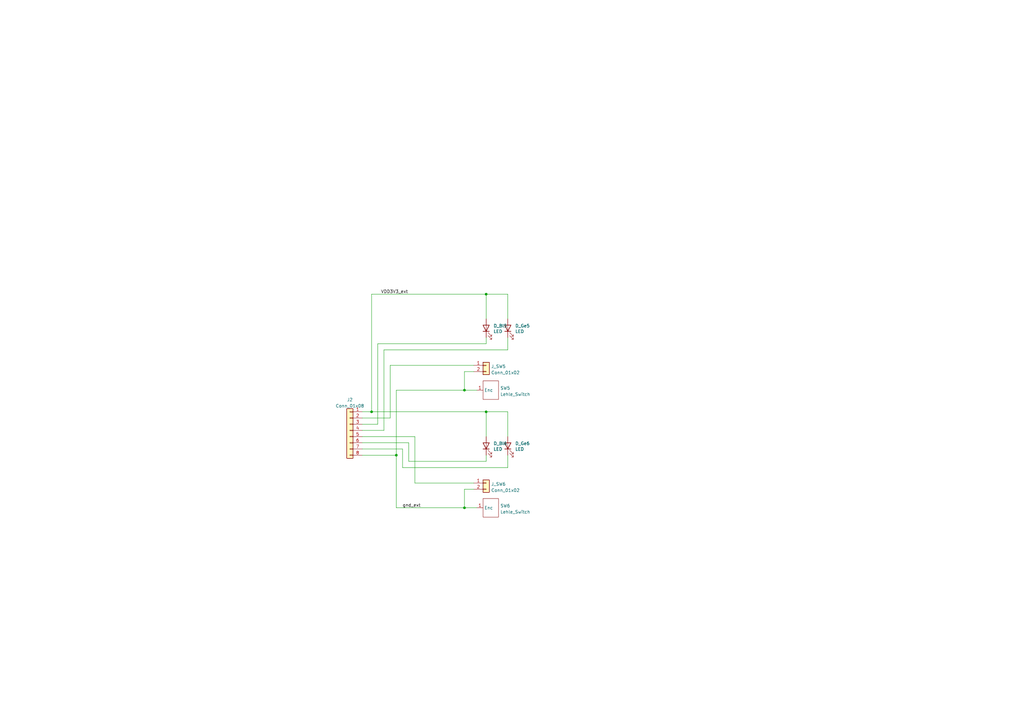
<source format=kicad_sch>
(kicad_sch (version 20211123) (generator eeschema)
  (paper "A3")
  (lib_symbols
    (symbol "Connector_Generic:Conn_01x02" (pin_names (offset 1.016) hide)
      (property "Reference" "J" (at 0 2.54 0))
      (property "Value" "Conn_01x02" (at 0 -5.08 0))
      (symbol "Conn_01x02_1_1"
        (rectangle (start -1.27 -2.413) (end 0 -2.667) (stroke (width 0.1524)))
        (rectangle (start -1.27 0.127) (end 0 -0.127) (stroke (width 0.1524)))
        (rectangle (start -1.27 1.27) (end 1.27 -3.81) (stroke (width 0.254)) (fill (type background)))
        (pin passive line (at -5.08 0 0) (length 3.81) (name "Pin_1") (number "1"))
        (pin passive line (at -5.08 -2.54 0) (length 3.81) (name "Pin_2") (number "2"))
      )
    )
    (symbol "Connector_Generic:Conn_01x08" (pin_names (offset 1.016) hide)
      (property "Reference" "J" (at 0 10.16 0))
      (property "Value" "Conn_01x08" (at 0 -12.7 0))
      (symbol "Conn_01x08_1_1"
        (rectangle (start -1.27 -10.033) (end 0 -10.287) (stroke (width 0.1524)))
        (rectangle (start -1.27 -7.493) (end 0 -7.747) (stroke (width 0.1524)))
        (rectangle (start -1.27 -4.953) (end 0 -5.207) (stroke (width 0.1524)))
        (rectangle (start -1.27 -2.413) (end 0 -2.667) (stroke (width 0.1524)))
        (rectangle (start -1.27 0.127) (end 0 -0.127) (stroke (width 0.1524)))
        (rectangle (start -1.27 2.667) (end 0 2.413) (stroke (width 0.1524)))
        (rectangle (start -1.27 5.207) (end 0 4.953) (stroke (width 0.1524)))
        (rectangle (start -1.27 7.747) (end 0 7.493) (stroke (width 0.1524)))
        (rectangle (start -1.27 8.89) (end 1.27 -11.43) (stroke (width 0.254)) (fill (type background)))
        (pin passive line (at -5.08 7.62 0) (length 3.81) (name "Pin_1") (number "1"))
        (pin passive line (at -5.08 5.08 0) (length 3.81) (name "Pin_2") (number "2"))
        (pin passive line (at -5.08 2.54 0) (length 3.81) (name "Pin_3") (number "3"))
        (pin passive line (at -5.08 0 0) (length 3.81) (name "Pin_4") (number "4"))
        (pin passive line (at -5.08 -2.54 0) (length 3.81) (name "Pin_5") (number "5"))
        (pin passive line (at -5.08 -5.08 0) (length 3.81) (name "Pin_6") (number "6"))
        (pin passive line (at -5.08 -7.62 0) (length 3.81) (name "Pin_7") (number "7"))
        (pin passive line (at -5.08 -10.16 0) (length 3.81) (name "Pin_8") (number "8"))
      )
    )
    (symbol "Device:LED" (pin_numbers hide) (pin_names (offset 1.016) hide)
      (property "Reference" "D" (at 0 2.54 0))
      (property "Value" "LED" (at 0 -2.54 0))
      (symbol "LED_0_1"
        (polyline (pts (xy -1.27 -1.27) (xy -1.27 1.27)) (stroke (width 0.254)))
        (polyline (pts (xy -1.27 0) (xy 1.27 0)))
        (polyline (pts (xy 1.27 -1.27) (xy 1.27 1.27) (xy -1.27 0) (xy 1.27 -1.27)) (stroke (width 0.254)))
        (polyline (pts (xy -3.048 -0.762) (xy -4.572 -2.286) (xy -3.81 -2.286) (xy -4.572 -2.286) (xy -4.572 -1.524)))
        (polyline (pts (xy -1.778 -0.762) (xy -3.302 -2.286) (xy -2.54 -2.286) (xy -3.302 -2.286) (xy -3.302 -1.524)))
      )
      (symbol "LED_1_1"
        (pin passive line (at -3.81 0 0) (length 2.54) (name "K") (number "1"))
        (pin passive line (at 3.81 0 180) (length 2.54) (name "A") (number "2"))
      )
    )
    (symbol "KiCad_Libs:Lehle_Switch"
      (property "Reference" "SW" (at 11.43 0 0))
      (property "Value" "Lehle_Switch" (at 15.24 2.54 0))
      (symbol "Lehle_Switch_0_1"
        (rectangle (start 2.54 3.81) (end 8.89 -3.81) (stroke (width 0.1524)))
      )
      (symbol "Lehle_Switch_1_1"
        (pin input line (at 0 0 0) (length 2.54) (name "Enc") (number "1"))
      )
    )
  )
  (junction (at 199.39 168.91))
  (junction (at 152.4 168.91))
  (junction (at 190.5 208.28))
  (junction (at 190.5 160.02))
  (junction (at 162.56 186.69))
  (junction (at 199.39 120.65))
  (wire (pts (xy 165.1 184.15) (xy 148.59 184.15)))
  (wire (pts (xy 208.28 191.77) (xy 165.1 191.77)))
  (wire (pts (xy 208.28 168.91) (xy 208.28 179.07)))
  (wire (pts (xy 199.39 168.91) (xy 199.39 179.07)))
  (wire (pts (xy 199.39 186.69) (xy 199.39 189.23)))
  (wire (pts (xy 165.1 191.77) (xy 165.1 184.15)))
  (wire (pts (xy 162.56 160.02) (xy 162.56 186.69)))
  (wire (pts (xy 148.59 168.91) (xy 152.4 168.91)))
  (wire (pts (xy 190.5 152.4) (xy 190.5 160.02)))
  (wire (pts (xy 170.18 179.07) (xy 148.59 179.07)))
  (wire (pts (xy 208.28 120.65) (xy 208.28 130.81)))
  (wire (pts (xy 194.31 200.66) (xy 190.5 200.66)))
  (wire (pts (xy 162.56 160.02) (xy 190.5 160.02)))
  (wire (pts (xy 152.4 120.65) (xy 199.39 120.65)))
  (wire (pts (xy 162.56 208.28) (xy 190.5 208.28)))
  (wire (pts (xy 194.31 149.86) (xy 160.02 149.86)))
  (wire (pts (xy 199.39 138.43) (xy 199.39 140.97)))
  (wire (pts (xy 167.64 181.61) (xy 148.59 181.61)))
  (wire (pts (xy 190.5 200.66) (xy 190.5 208.28)))
  (wire (pts (xy 162.56 186.69) (xy 162.56 208.28)))
  (wire (pts (xy 199.39 120.65) (xy 199.39 130.81)))
  (wire (pts (xy 199.39 120.65) (xy 208.28 120.65)))
  (wire (pts (xy 148.59 173.99) (xy 154.94 173.99)))
  (wire (pts (xy 152.4 120.65) (xy 152.4 168.91)))
  (wire (pts (xy 160.02 149.86) (xy 160.02 171.45)))
  (wire (pts (xy 148.59 176.53) (xy 157.48 176.53)))
  (wire (pts (xy 190.5 160.02) (xy 195.58 160.02)))
  (wire (pts (xy 167.64 181.61) (xy 167.64 189.23)))
  (wire (pts (xy 190.5 208.28) (xy 195.58 208.28)))
  (wire (pts (xy 208.28 186.69) (xy 208.28 191.77)))
  (wire (pts (xy 199.39 168.91) (xy 208.28 168.91)))
  (wire (pts (xy 148.59 186.69) (xy 162.56 186.69)))
  (wire (pts (xy 152.4 168.91) (xy 199.39 168.91)))
  (wire (pts (xy 170.18 198.12) (xy 170.18 179.07)))
  (wire (pts (xy 154.94 140.97) (xy 199.39 140.97)))
  (wire (pts (xy 194.31 198.12) (xy 170.18 198.12)))
  (wire (pts (xy 194.31 152.4) (xy 190.5 152.4)))
  (wire (pts (xy 208.28 138.43) (xy 208.28 143.51)))
  (wire (pts (xy 160.02 171.45) (xy 148.59 171.45)))
  (wire (pts (xy 157.48 143.51) (xy 208.28 143.51)))
  (wire (pts (xy 154.94 173.99) (xy 154.94 140.97)))
  (wire (pts (xy 157.48 176.53) (xy 157.48 143.51)))
  (wire (pts (xy 199.39 189.23) (xy 167.64 189.23)))
  (label "gnd_ext" (at 165.1 208.28 0))
  (label "VDD3V3_ext" (at 156.21 120.65 0))
  (symbol (lib_id "Connector_Generic:Conn_01x02") (at 199.39 198.12 0) (unit 1)
    (property "Reference" "J_SW6" (at 201.422 198.5553 0) (effects (justify left)))
    (property "Value" "Conn_01x02" (at 201.422 201.0922 0) (effects (justify left)))
    (property "Footprint" "Connector_JST:JST_PH_B2B-PH-K_1x02_P2.00mm_Vertical" (effects hide))
  )
  (symbol (lib_id "Device:LED") (at 208.28 182.88 90) (unit 1)
    (property "Reference" "D_Ge6" (at 211.2772 181.8894 90) (effects (justify right)))
    (property "Value" "LED" (at 211.2772 184.2008 90) (effects (justify right)))
    (property "Footprint" "LED_THT:LED_D3.0mm" (effects hide))
  )
  (symbol (lib_id "Connector_Generic:Conn_01x08") (at 143.51 176.53 0) (mirror y) (unit 1)
    (property "Reference" "J2" (at 143.51 163.9402 0))
    (property "Value" "Conn_01x08" (at 143.51 166.4771 0))
    (property "Footprint" "Connector_JST:JST_PH_B8B-PH-K_1x08_P2.00mm_Vertical" (effects hide))
  )
  (symbol (lib_id "KiCad_Libs:Lehle_Switch") (at 195.58 208.28 0) (unit 1)
    (property "Reference" "SW6" (at 205.1812 207.4453 0) (effects (justify left)))
    (property "Value" "Lehle_Switch" (at 205.1812 209.9822 0) (effects (justify left)))
    (property "Footprint" "KiCad_Libs:LehleSwitch" (effects hide))
  )
  (symbol (lib_id "KiCad_Libs:Lehle_Switch") (at 195.58 160.02 0) (unit 1)
    (property "Reference" "SW5" (at 205.1812 159.1853 0) (effects (justify left)))
    (property "Value" "Lehle_Switch" (at 205.1812 161.7222 0) (effects (justify left)))
    (property "Footprint" "KiCad_Libs:LehleSwitch" (effects hide))
  )
  (symbol (lib_id "Device:LED") (at 199.39 182.88 90) (unit 1)
    (property "Reference" "D_Bl6" (at 202.3872 181.8894 90) (effects (justify right)))
    (property "Value" "LED" (at 202.3872 184.2008 90) (effects (justify right)))
    (property "Footprint" "LED_THT:LED_D3.0mm" (effects hide))
  )
  (symbol (lib_id "Connector_Generic:Conn_01x02") (at 199.39 149.86 0) (unit 1)
    (property "Reference" "J_SW5" (at 201.422 150.2953 0) (effects (justify left)))
    (property "Value" "Conn_01x02" (at 201.422 152.8322 0) (effects (justify left)))
    (property "Footprint" "Connector_JST:JST_PH_B2B-PH-K_1x02_P2.00mm_Vertical" (effects hide))
  )
  (symbol (lib_id "Device:LED") (at 199.39 134.62 90) (unit 1)
    (property "Reference" "D_Bl5" (at 202.3872 133.6294 90) (effects (justify right)))
    (property "Value" "LED" (at 202.3872 135.9408 90) (effects (justify right)))
    (property "Footprint" "LED_THT:LED_D3.0mm" (effects hide))
  )
  (symbol (lib_id "Device:LED") (at 208.28 134.62 90) (unit 1)
    (property "Reference" "D_Ge5" (at 211.2772 133.6294 90) (effects (justify right)))
    (property "Value" "LED" (at 211.2772 135.9408 90) (effects (justify right)))
    (property "Footprint" "LED_THT:LED_D3.0mm" (effects hide))
  )
)
</source>
